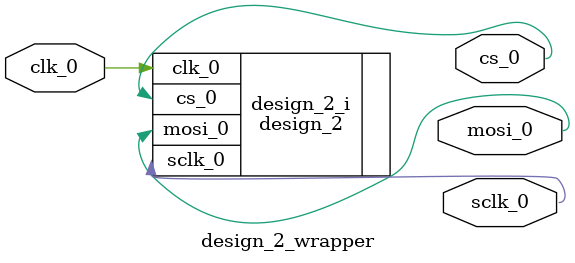
<source format=v>
`timescale 1 ps / 1 ps

module design_2_wrapper
   (clk_0,
    cs_0,
    mosi_0,
    sclk_0);
  input clk_0;
  output cs_0;
  output mosi_0;
  output sclk_0;

  wire clk_0;
  wire cs_0;
  wire mosi_0;
  wire sclk_0;

  design_2 design_2_i
       (.clk_0(clk_0),
        .cs_0(cs_0),
        .mosi_0(mosi_0),
        .sclk_0(sclk_0));
endmodule

</source>
